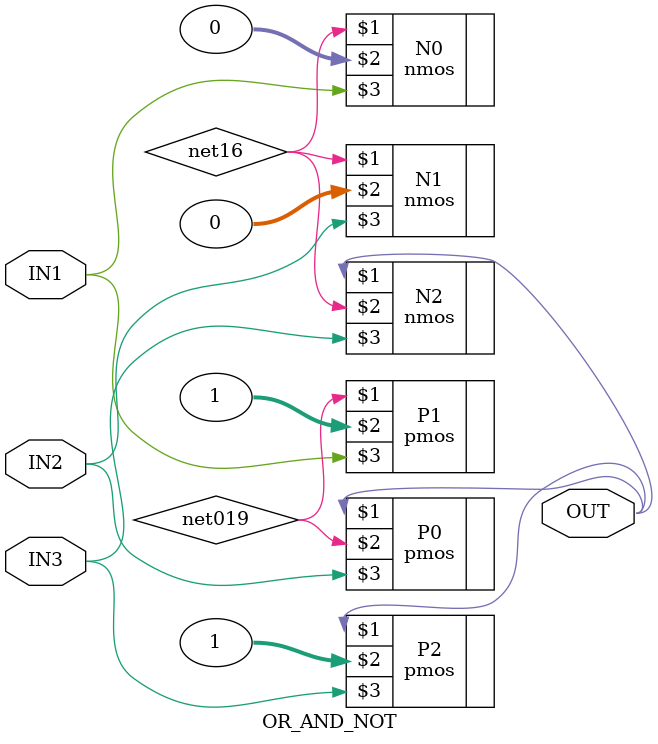
<source format=v>
`timescale 1ns / 1ns 

module OR_AND_NOT ( OUT, IN1, IN2, IN3 );
output  OUT;

input  IN1, IN2, IN3;


specify 
    specparam CDS_LIBNAME  = "ECE555";
    specparam CDS_CELLNAME = "OR_AND_NOT";
    specparam CDS_VIEWNAME = "schematic";
endspecify

nmos N2 ( OUT, net16, IN3);
nmos N1 ( net16, 0, IN2);
nmos N0 ( net16, 0, IN1);
pmos P2 ( OUT, 1, IN3);
pmos P1 ( net019, 1, IN1);
pmos P0 ( OUT, net019, IN2);

endmodule

</source>
